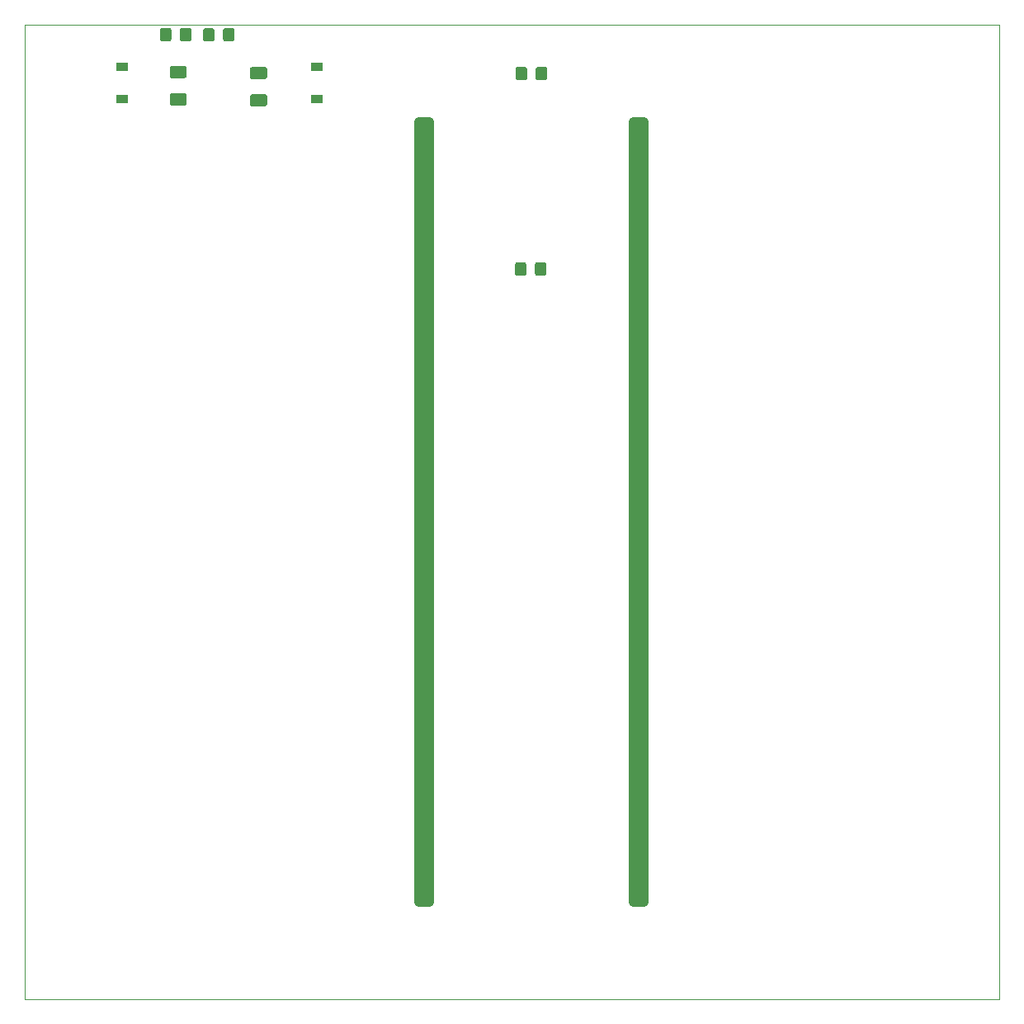
<source format=gbr>
%TF.GenerationSoftware,KiCad,Pcbnew,(5.1.5)-3*%
%TF.CreationDate,2020-05-19T22:28:50+02:00*%
%TF.ProjectId,KicadJE_Counts_PCB,4b696361-644a-4455-9f43-6f756e74735f,rev?*%
%TF.SameCoordinates,Original*%
%TF.FileFunction,Paste,Top*%
%TF.FilePolarity,Positive*%
%FSLAX46Y46*%
G04 Gerber Fmt 4.6, Leading zero omitted, Abs format (unit mm)*
G04 Created by KiCad (PCBNEW (5.1.5)-3) date 2020-05-19 22:28:50*
%MOMM*%
%LPD*%
G04 APERTURE LIST*
%ADD10C,1.000000*%
%ADD11C,0.050000*%
%ADD12C,0.150000*%
%ADD13R,1.200000X0.900000*%
G04 APERTURE END LIST*
D10*
X112500000Y-60000000D02*
X112500000Y-140000000D01*
X113500000Y-60000000D02*
X113500000Y-140000000D01*
X112500000Y-140000000D02*
X113500000Y-140000000D01*
X112500000Y-60000000D02*
X113500000Y-60000000D01*
X90500000Y-60000000D02*
X91500000Y-60000000D01*
X90500000Y-140000000D02*
X91500000Y-140000000D01*
X91500000Y-60000000D02*
X91500000Y-140000000D01*
X90500000Y-60000000D02*
X90500000Y-140000000D01*
D11*
X50000000Y-150000000D02*
X50000000Y-50000000D01*
X150000000Y-150000000D02*
X50000000Y-150000000D01*
X150000000Y-50000000D02*
X150000000Y-150000000D01*
X50000000Y-50000000D02*
X150000000Y-50000000D01*
D12*
G36*
X74649504Y-54326204D02*
G01*
X74673773Y-54329804D01*
X74697571Y-54335765D01*
X74720671Y-54344030D01*
X74742849Y-54354520D01*
X74763893Y-54367133D01*
X74783598Y-54381747D01*
X74801777Y-54398223D01*
X74818253Y-54416402D01*
X74832867Y-54436107D01*
X74845480Y-54457151D01*
X74855970Y-54479329D01*
X74864235Y-54502429D01*
X74870196Y-54526227D01*
X74873796Y-54550496D01*
X74875000Y-54575000D01*
X74875000Y-55325000D01*
X74873796Y-55349504D01*
X74870196Y-55373773D01*
X74864235Y-55397571D01*
X74855970Y-55420671D01*
X74845480Y-55442849D01*
X74832867Y-55463893D01*
X74818253Y-55483598D01*
X74801777Y-55501777D01*
X74783598Y-55518253D01*
X74763893Y-55532867D01*
X74742849Y-55545480D01*
X74720671Y-55555970D01*
X74697571Y-55564235D01*
X74673773Y-55570196D01*
X74649504Y-55573796D01*
X74625000Y-55575000D01*
X73375000Y-55575000D01*
X73350496Y-55573796D01*
X73326227Y-55570196D01*
X73302429Y-55564235D01*
X73279329Y-55555970D01*
X73257151Y-55545480D01*
X73236107Y-55532867D01*
X73216402Y-55518253D01*
X73198223Y-55501777D01*
X73181747Y-55483598D01*
X73167133Y-55463893D01*
X73154520Y-55442849D01*
X73144030Y-55420671D01*
X73135765Y-55397571D01*
X73129804Y-55373773D01*
X73126204Y-55349504D01*
X73125000Y-55325000D01*
X73125000Y-54575000D01*
X73126204Y-54550496D01*
X73129804Y-54526227D01*
X73135765Y-54502429D01*
X73144030Y-54479329D01*
X73154520Y-54457151D01*
X73167133Y-54436107D01*
X73181747Y-54416402D01*
X73198223Y-54398223D01*
X73216402Y-54381747D01*
X73236107Y-54367133D01*
X73257151Y-54354520D01*
X73279329Y-54344030D01*
X73302429Y-54335765D01*
X73326227Y-54329804D01*
X73350496Y-54326204D01*
X73375000Y-54325000D01*
X74625000Y-54325000D01*
X74649504Y-54326204D01*
G37*
G36*
X74649504Y-57126204D02*
G01*
X74673773Y-57129804D01*
X74697571Y-57135765D01*
X74720671Y-57144030D01*
X74742849Y-57154520D01*
X74763893Y-57167133D01*
X74783598Y-57181747D01*
X74801777Y-57198223D01*
X74818253Y-57216402D01*
X74832867Y-57236107D01*
X74845480Y-57257151D01*
X74855970Y-57279329D01*
X74864235Y-57302429D01*
X74870196Y-57326227D01*
X74873796Y-57350496D01*
X74875000Y-57375000D01*
X74875000Y-58125000D01*
X74873796Y-58149504D01*
X74870196Y-58173773D01*
X74864235Y-58197571D01*
X74855970Y-58220671D01*
X74845480Y-58242849D01*
X74832867Y-58263893D01*
X74818253Y-58283598D01*
X74801777Y-58301777D01*
X74783598Y-58318253D01*
X74763893Y-58332867D01*
X74742849Y-58345480D01*
X74720671Y-58355970D01*
X74697571Y-58364235D01*
X74673773Y-58370196D01*
X74649504Y-58373796D01*
X74625000Y-58375000D01*
X73375000Y-58375000D01*
X73350496Y-58373796D01*
X73326227Y-58370196D01*
X73302429Y-58364235D01*
X73279329Y-58355970D01*
X73257151Y-58345480D01*
X73236107Y-58332867D01*
X73216402Y-58318253D01*
X73198223Y-58301777D01*
X73181747Y-58283598D01*
X73167133Y-58263893D01*
X73154520Y-58242849D01*
X73144030Y-58220671D01*
X73135765Y-58197571D01*
X73129804Y-58173773D01*
X73126204Y-58149504D01*
X73125000Y-58125000D01*
X73125000Y-57375000D01*
X73126204Y-57350496D01*
X73129804Y-57326227D01*
X73135765Y-57302429D01*
X73144030Y-57279329D01*
X73154520Y-57257151D01*
X73167133Y-57236107D01*
X73181747Y-57216402D01*
X73198223Y-57198223D01*
X73216402Y-57181747D01*
X73236107Y-57167133D01*
X73257151Y-57154520D01*
X73279329Y-57144030D01*
X73302429Y-57135765D01*
X73326227Y-57129804D01*
X73350496Y-57126204D01*
X73375000Y-57125000D01*
X74625000Y-57125000D01*
X74649504Y-57126204D01*
G37*
G36*
X66399504Y-54226204D02*
G01*
X66423773Y-54229804D01*
X66447571Y-54235765D01*
X66470671Y-54244030D01*
X66492849Y-54254520D01*
X66513893Y-54267133D01*
X66533598Y-54281747D01*
X66551777Y-54298223D01*
X66568253Y-54316402D01*
X66582867Y-54336107D01*
X66595480Y-54357151D01*
X66605970Y-54379329D01*
X66614235Y-54402429D01*
X66620196Y-54426227D01*
X66623796Y-54450496D01*
X66625000Y-54475000D01*
X66625000Y-55225000D01*
X66623796Y-55249504D01*
X66620196Y-55273773D01*
X66614235Y-55297571D01*
X66605970Y-55320671D01*
X66595480Y-55342849D01*
X66582867Y-55363893D01*
X66568253Y-55383598D01*
X66551777Y-55401777D01*
X66533598Y-55418253D01*
X66513893Y-55432867D01*
X66492849Y-55445480D01*
X66470671Y-55455970D01*
X66447571Y-55464235D01*
X66423773Y-55470196D01*
X66399504Y-55473796D01*
X66375000Y-55475000D01*
X65125000Y-55475000D01*
X65100496Y-55473796D01*
X65076227Y-55470196D01*
X65052429Y-55464235D01*
X65029329Y-55455970D01*
X65007151Y-55445480D01*
X64986107Y-55432867D01*
X64966402Y-55418253D01*
X64948223Y-55401777D01*
X64931747Y-55383598D01*
X64917133Y-55363893D01*
X64904520Y-55342849D01*
X64894030Y-55320671D01*
X64885765Y-55297571D01*
X64879804Y-55273773D01*
X64876204Y-55249504D01*
X64875000Y-55225000D01*
X64875000Y-54475000D01*
X64876204Y-54450496D01*
X64879804Y-54426227D01*
X64885765Y-54402429D01*
X64894030Y-54379329D01*
X64904520Y-54357151D01*
X64917133Y-54336107D01*
X64931747Y-54316402D01*
X64948223Y-54298223D01*
X64966402Y-54281747D01*
X64986107Y-54267133D01*
X65007151Y-54254520D01*
X65029329Y-54244030D01*
X65052429Y-54235765D01*
X65076227Y-54229804D01*
X65100496Y-54226204D01*
X65125000Y-54225000D01*
X66375000Y-54225000D01*
X66399504Y-54226204D01*
G37*
G36*
X66399504Y-57026204D02*
G01*
X66423773Y-57029804D01*
X66447571Y-57035765D01*
X66470671Y-57044030D01*
X66492849Y-57054520D01*
X66513893Y-57067133D01*
X66533598Y-57081747D01*
X66551777Y-57098223D01*
X66568253Y-57116402D01*
X66582867Y-57136107D01*
X66595480Y-57157151D01*
X66605970Y-57179329D01*
X66614235Y-57202429D01*
X66620196Y-57226227D01*
X66623796Y-57250496D01*
X66625000Y-57275000D01*
X66625000Y-58025000D01*
X66623796Y-58049504D01*
X66620196Y-58073773D01*
X66614235Y-58097571D01*
X66605970Y-58120671D01*
X66595480Y-58142849D01*
X66582867Y-58163893D01*
X66568253Y-58183598D01*
X66551777Y-58201777D01*
X66533598Y-58218253D01*
X66513893Y-58232867D01*
X66492849Y-58245480D01*
X66470671Y-58255970D01*
X66447571Y-58264235D01*
X66423773Y-58270196D01*
X66399504Y-58273796D01*
X66375000Y-58275000D01*
X65125000Y-58275000D01*
X65100496Y-58273796D01*
X65076227Y-58270196D01*
X65052429Y-58264235D01*
X65029329Y-58255970D01*
X65007151Y-58245480D01*
X64986107Y-58232867D01*
X64966402Y-58218253D01*
X64948223Y-58201777D01*
X64931747Y-58183598D01*
X64917133Y-58163893D01*
X64904520Y-58142849D01*
X64894030Y-58120671D01*
X64885765Y-58097571D01*
X64879804Y-58073773D01*
X64876204Y-58049504D01*
X64875000Y-58025000D01*
X64875000Y-57275000D01*
X64876204Y-57250496D01*
X64879804Y-57226227D01*
X64885765Y-57202429D01*
X64894030Y-57179329D01*
X64904520Y-57157151D01*
X64917133Y-57136107D01*
X64931747Y-57116402D01*
X64948223Y-57098223D01*
X64966402Y-57081747D01*
X64986107Y-57067133D01*
X65007151Y-57054520D01*
X65029329Y-57044030D01*
X65052429Y-57035765D01*
X65076227Y-57029804D01*
X65100496Y-57026204D01*
X65125000Y-57025000D01*
X66375000Y-57025000D01*
X66399504Y-57026204D01*
G37*
D13*
X80000000Y-57650000D03*
X80000000Y-54350000D03*
X60000000Y-57650000D03*
X60000000Y-54350000D03*
D12*
G36*
X71294506Y-50321205D02*
G01*
X71318774Y-50324805D01*
X71342573Y-50330766D01*
X71365672Y-50339031D01*
X71387851Y-50349521D01*
X71408894Y-50362133D01*
X71428600Y-50376748D01*
X71446778Y-50393224D01*
X71463254Y-50411402D01*
X71477869Y-50431108D01*
X71490481Y-50452151D01*
X71500971Y-50474330D01*
X71509236Y-50497429D01*
X71515197Y-50521228D01*
X71518797Y-50545496D01*
X71520001Y-50570000D01*
X71520001Y-51470002D01*
X71518797Y-51494506D01*
X71515197Y-51518774D01*
X71509236Y-51542573D01*
X71500971Y-51565672D01*
X71490481Y-51587851D01*
X71477869Y-51608894D01*
X71463254Y-51628600D01*
X71446778Y-51646778D01*
X71428600Y-51663254D01*
X71408894Y-51677869D01*
X71387851Y-51690481D01*
X71365672Y-51700971D01*
X71342573Y-51709236D01*
X71318774Y-51715197D01*
X71294506Y-51718797D01*
X71270002Y-51720001D01*
X70620000Y-51720001D01*
X70595496Y-51718797D01*
X70571228Y-51715197D01*
X70547429Y-51709236D01*
X70524330Y-51700971D01*
X70502151Y-51690481D01*
X70481108Y-51677869D01*
X70461402Y-51663254D01*
X70443224Y-51646778D01*
X70426748Y-51628600D01*
X70412133Y-51608894D01*
X70399521Y-51587851D01*
X70389031Y-51565672D01*
X70380766Y-51542573D01*
X70374805Y-51518774D01*
X70371205Y-51494506D01*
X70370001Y-51470002D01*
X70370001Y-50570000D01*
X70371205Y-50545496D01*
X70374805Y-50521228D01*
X70380766Y-50497429D01*
X70389031Y-50474330D01*
X70399521Y-50452151D01*
X70412133Y-50431108D01*
X70426748Y-50411402D01*
X70443224Y-50393224D01*
X70461402Y-50376748D01*
X70481108Y-50362133D01*
X70502151Y-50349521D01*
X70524330Y-50339031D01*
X70547429Y-50330766D01*
X70571228Y-50324805D01*
X70595496Y-50321205D01*
X70620000Y-50320001D01*
X71270002Y-50320001D01*
X71294506Y-50321205D01*
G37*
G36*
X69244506Y-50321205D02*
G01*
X69268774Y-50324805D01*
X69292573Y-50330766D01*
X69315672Y-50339031D01*
X69337851Y-50349521D01*
X69358894Y-50362133D01*
X69378600Y-50376748D01*
X69396778Y-50393224D01*
X69413254Y-50411402D01*
X69427869Y-50431108D01*
X69440481Y-50452151D01*
X69450971Y-50474330D01*
X69459236Y-50497429D01*
X69465197Y-50521228D01*
X69468797Y-50545496D01*
X69470001Y-50570000D01*
X69470001Y-51470002D01*
X69468797Y-51494506D01*
X69465197Y-51518774D01*
X69459236Y-51542573D01*
X69450971Y-51565672D01*
X69440481Y-51587851D01*
X69427869Y-51608894D01*
X69413254Y-51628600D01*
X69396778Y-51646778D01*
X69378600Y-51663254D01*
X69358894Y-51677869D01*
X69337851Y-51690481D01*
X69315672Y-51700971D01*
X69292573Y-51709236D01*
X69268774Y-51715197D01*
X69244506Y-51718797D01*
X69220002Y-51720001D01*
X68570000Y-51720001D01*
X68545496Y-51718797D01*
X68521228Y-51715197D01*
X68497429Y-51709236D01*
X68474330Y-51700971D01*
X68452151Y-51690481D01*
X68431108Y-51677869D01*
X68411402Y-51663254D01*
X68393224Y-51646778D01*
X68376748Y-51628600D01*
X68362133Y-51608894D01*
X68349521Y-51587851D01*
X68339031Y-51565672D01*
X68330766Y-51542573D01*
X68324805Y-51518774D01*
X68321205Y-51494506D01*
X68320001Y-51470002D01*
X68320001Y-50570000D01*
X68321205Y-50545496D01*
X68324805Y-50521228D01*
X68330766Y-50497429D01*
X68339031Y-50474330D01*
X68349521Y-50452151D01*
X68362133Y-50431108D01*
X68376748Y-50411402D01*
X68393224Y-50393224D01*
X68411402Y-50376748D01*
X68431108Y-50362133D01*
X68452151Y-50349521D01*
X68474330Y-50339031D01*
X68497429Y-50330766D01*
X68521228Y-50324805D01*
X68545496Y-50321205D01*
X68570000Y-50320001D01*
X69220002Y-50320001D01*
X69244506Y-50321205D01*
G37*
G36*
X64824505Y-50301204D02*
G01*
X64848773Y-50304804D01*
X64872572Y-50310765D01*
X64895671Y-50319030D01*
X64917850Y-50329520D01*
X64938893Y-50342132D01*
X64958599Y-50356747D01*
X64976777Y-50373223D01*
X64993253Y-50391401D01*
X65007868Y-50411107D01*
X65020480Y-50432150D01*
X65030970Y-50454329D01*
X65039235Y-50477428D01*
X65045196Y-50501227D01*
X65048796Y-50525495D01*
X65050000Y-50549999D01*
X65050000Y-51450001D01*
X65048796Y-51474505D01*
X65045196Y-51498773D01*
X65039235Y-51522572D01*
X65030970Y-51545671D01*
X65020480Y-51567850D01*
X65007868Y-51588893D01*
X64993253Y-51608599D01*
X64976777Y-51626777D01*
X64958599Y-51643253D01*
X64938893Y-51657868D01*
X64917850Y-51670480D01*
X64895671Y-51680970D01*
X64872572Y-51689235D01*
X64848773Y-51695196D01*
X64824505Y-51698796D01*
X64800001Y-51700000D01*
X64149999Y-51700000D01*
X64125495Y-51698796D01*
X64101227Y-51695196D01*
X64077428Y-51689235D01*
X64054329Y-51680970D01*
X64032150Y-51670480D01*
X64011107Y-51657868D01*
X63991401Y-51643253D01*
X63973223Y-51626777D01*
X63956747Y-51608599D01*
X63942132Y-51588893D01*
X63929520Y-51567850D01*
X63919030Y-51545671D01*
X63910765Y-51522572D01*
X63904804Y-51498773D01*
X63901204Y-51474505D01*
X63900000Y-51450001D01*
X63900000Y-50549999D01*
X63901204Y-50525495D01*
X63904804Y-50501227D01*
X63910765Y-50477428D01*
X63919030Y-50454329D01*
X63929520Y-50432150D01*
X63942132Y-50411107D01*
X63956747Y-50391401D01*
X63973223Y-50373223D01*
X63991401Y-50356747D01*
X64011107Y-50342132D01*
X64032150Y-50329520D01*
X64054329Y-50319030D01*
X64077428Y-50310765D01*
X64101227Y-50304804D01*
X64125495Y-50301204D01*
X64149999Y-50300000D01*
X64800001Y-50300000D01*
X64824505Y-50301204D01*
G37*
G36*
X66874505Y-50301204D02*
G01*
X66898773Y-50304804D01*
X66922572Y-50310765D01*
X66945671Y-50319030D01*
X66967850Y-50329520D01*
X66988893Y-50342132D01*
X67008599Y-50356747D01*
X67026777Y-50373223D01*
X67043253Y-50391401D01*
X67057868Y-50411107D01*
X67070480Y-50432150D01*
X67080970Y-50454329D01*
X67089235Y-50477428D01*
X67095196Y-50501227D01*
X67098796Y-50525495D01*
X67100000Y-50549999D01*
X67100000Y-51450001D01*
X67098796Y-51474505D01*
X67095196Y-51498773D01*
X67089235Y-51522572D01*
X67080970Y-51545671D01*
X67070480Y-51567850D01*
X67057868Y-51588893D01*
X67043253Y-51608599D01*
X67026777Y-51626777D01*
X67008599Y-51643253D01*
X66988893Y-51657868D01*
X66967850Y-51670480D01*
X66945671Y-51680970D01*
X66922572Y-51689235D01*
X66898773Y-51695196D01*
X66874505Y-51698796D01*
X66850001Y-51700000D01*
X66199999Y-51700000D01*
X66175495Y-51698796D01*
X66151227Y-51695196D01*
X66127428Y-51689235D01*
X66104329Y-51680970D01*
X66082150Y-51670480D01*
X66061107Y-51657868D01*
X66041401Y-51643253D01*
X66023223Y-51626777D01*
X66006747Y-51608599D01*
X65992132Y-51588893D01*
X65979520Y-51567850D01*
X65969030Y-51545671D01*
X65960765Y-51522572D01*
X65954804Y-51498773D01*
X65951204Y-51474505D01*
X65950000Y-51450001D01*
X65950000Y-50549999D01*
X65951204Y-50525495D01*
X65954804Y-50501227D01*
X65960765Y-50477428D01*
X65969030Y-50454329D01*
X65979520Y-50432150D01*
X65992132Y-50411107D01*
X66006747Y-50391401D01*
X66023223Y-50373223D01*
X66041401Y-50356747D01*
X66061107Y-50342132D01*
X66082150Y-50329520D01*
X66104329Y-50319030D01*
X66127428Y-50310765D01*
X66151227Y-50304804D01*
X66175495Y-50301204D01*
X66199999Y-50300000D01*
X66850001Y-50300000D01*
X66874505Y-50301204D01*
G37*
G36*
X103374505Y-54301204D02*
G01*
X103398773Y-54304804D01*
X103422572Y-54310765D01*
X103445671Y-54319030D01*
X103467850Y-54329520D01*
X103488893Y-54342132D01*
X103508599Y-54356747D01*
X103526777Y-54373223D01*
X103543253Y-54391401D01*
X103557868Y-54411107D01*
X103570480Y-54432150D01*
X103580970Y-54454329D01*
X103589235Y-54477428D01*
X103595196Y-54501227D01*
X103598796Y-54525495D01*
X103600000Y-54549999D01*
X103600000Y-55450001D01*
X103598796Y-55474505D01*
X103595196Y-55498773D01*
X103589235Y-55522572D01*
X103580970Y-55545671D01*
X103570480Y-55567850D01*
X103557868Y-55588893D01*
X103543253Y-55608599D01*
X103526777Y-55626777D01*
X103508599Y-55643253D01*
X103488893Y-55657868D01*
X103467850Y-55670480D01*
X103445671Y-55680970D01*
X103422572Y-55689235D01*
X103398773Y-55695196D01*
X103374505Y-55698796D01*
X103350001Y-55700000D01*
X102699999Y-55700000D01*
X102675495Y-55698796D01*
X102651227Y-55695196D01*
X102627428Y-55689235D01*
X102604329Y-55680970D01*
X102582150Y-55670480D01*
X102561107Y-55657868D01*
X102541401Y-55643253D01*
X102523223Y-55626777D01*
X102506747Y-55608599D01*
X102492132Y-55588893D01*
X102479520Y-55567850D01*
X102469030Y-55545671D01*
X102460765Y-55522572D01*
X102454804Y-55498773D01*
X102451204Y-55474505D01*
X102450000Y-55450001D01*
X102450000Y-54549999D01*
X102451204Y-54525495D01*
X102454804Y-54501227D01*
X102460765Y-54477428D01*
X102469030Y-54454329D01*
X102479520Y-54432150D01*
X102492132Y-54411107D01*
X102506747Y-54391401D01*
X102523223Y-54373223D01*
X102541401Y-54356747D01*
X102561107Y-54342132D01*
X102582150Y-54329520D01*
X102604329Y-54319030D01*
X102627428Y-54310765D01*
X102651227Y-54304804D01*
X102675495Y-54301204D01*
X102699999Y-54300000D01*
X103350001Y-54300000D01*
X103374505Y-54301204D01*
G37*
G36*
X101324505Y-54301204D02*
G01*
X101348773Y-54304804D01*
X101372572Y-54310765D01*
X101395671Y-54319030D01*
X101417850Y-54329520D01*
X101438893Y-54342132D01*
X101458599Y-54356747D01*
X101476777Y-54373223D01*
X101493253Y-54391401D01*
X101507868Y-54411107D01*
X101520480Y-54432150D01*
X101530970Y-54454329D01*
X101539235Y-54477428D01*
X101545196Y-54501227D01*
X101548796Y-54525495D01*
X101550000Y-54549999D01*
X101550000Y-55450001D01*
X101548796Y-55474505D01*
X101545196Y-55498773D01*
X101539235Y-55522572D01*
X101530970Y-55545671D01*
X101520480Y-55567850D01*
X101507868Y-55588893D01*
X101493253Y-55608599D01*
X101476777Y-55626777D01*
X101458599Y-55643253D01*
X101438893Y-55657868D01*
X101417850Y-55670480D01*
X101395671Y-55680970D01*
X101372572Y-55689235D01*
X101348773Y-55695196D01*
X101324505Y-55698796D01*
X101300001Y-55700000D01*
X100649999Y-55700000D01*
X100625495Y-55698796D01*
X100601227Y-55695196D01*
X100577428Y-55689235D01*
X100554329Y-55680970D01*
X100532150Y-55670480D01*
X100511107Y-55657868D01*
X100491401Y-55643253D01*
X100473223Y-55626777D01*
X100456747Y-55608599D01*
X100442132Y-55588893D01*
X100429520Y-55567850D01*
X100419030Y-55545671D01*
X100410765Y-55522572D01*
X100404804Y-55498773D01*
X100401204Y-55474505D01*
X100400000Y-55450001D01*
X100400000Y-54549999D01*
X100401204Y-54525495D01*
X100404804Y-54501227D01*
X100410765Y-54477428D01*
X100419030Y-54454329D01*
X100429520Y-54432150D01*
X100442132Y-54411107D01*
X100456747Y-54391401D01*
X100473223Y-54373223D01*
X100491401Y-54356747D01*
X100511107Y-54342132D01*
X100532150Y-54329520D01*
X100554329Y-54319030D01*
X100577428Y-54310765D01*
X100601227Y-54304804D01*
X100625495Y-54301204D01*
X100649999Y-54300000D01*
X101300001Y-54300000D01*
X101324505Y-54301204D01*
G37*
G36*
X101244506Y-74361205D02*
G01*
X101268774Y-74364805D01*
X101292573Y-74370766D01*
X101315672Y-74379031D01*
X101337851Y-74389521D01*
X101358894Y-74402133D01*
X101378600Y-74416748D01*
X101396778Y-74433224D01*
X101413254Y-74451402D01*
X101427869Y-74471108D01*
X101440481Y-74492151D01*
X101450971Y-74514330D01*
X101459236Y-74537429D01*
X101465197Y-74561228D01*
X101468797Y-74585496D01*
X101470001Y-74610000D01*
X101470001Y-75510002D01*
X101468797Y-75534506D01*
X101465197Y-75558774D01*
X101459236Y-75582573D01*
X101450971Y-75605672D01*
X101440481Y-75627851D01*
X101427869Y-75648894D01*
X101413254Y-75668600D01*
X101396778Y-75686778D01*
X101378600Y-75703254D01*
X101358894Y-75717869D01*
X101337851Y-75730481D01*
X101315672Y-75740971D01*
X101292573Y-75749236D01*
X101268774Y-75755197D01*
X101244506Y-75758797D01*
X101220002Y-75760001D01*
X100570000Y-75760001D01*
X100545496Y-75758797D01*
X100521228Y-75755197D01*
X100497429Y-75749236D01*
X100474330Y-75740971D01*
X100452151Y-75730481D01*
X100431108Y-75717869D01*
X100411402Y-75703254D01*
X100393224Y-75686778D01*
X100376748Y-75668600D01*
X100362133Y-75648894D01*
X100349521Y-75627851D01*
X100339031Y-75605672D01*
X100330766Y-75582573D01*
X100324805Y-75558774D01*
X100321205Y-75534506D01*
X100320001Y-75510002D01*
X100320001Y-74610000D01*
X100321205Y-74585496D01*
X100324805Y-74561228D01*
X100330766Y-74537429D01*
X100339031Y-74514330D01*
X100349521Y-74492151D01*
X100362133Y-74471108D01*
X100376748Y-74451402D01*
X100393224Y-74433224D01*
X100411402Y-74416748D01*
X100431108Y-74402133D01*
X100452151Y-74389521D01*
X100474330Y-74379031D01*
X100497429Y-74370766D01*
X100521228Y-74364805D01*
X100545496Y-74361205D01*
X100570000Y-74360001D01*
X101220002Y-74360001D01*
X101244506Y-74361205D01*
G37*
G36*
X103294506Y-74361205D02*
G01*
X103318774Y-74364805D01*
X103342573Y-74370766D01*
X103365672Y-74379031D01*
X103387851Y-74389521D01*
X103408894Y-74402133D01*
X103428600Y-74416748D01*
X103446778Y-74433224D01*
X103463254Y-74451402D01*
X103477869Y-74471108D01*
X103490481Y-74492151D01*
X103500971Y-74514330D01*
X103509236Y-74537429D01*
X103515197Y-74561228D01*
X103518797Y-74585496D01*
X103520001Y-74610000D01*
X103520001Y-75510002D01*
X103518797Y-75534506D01*
X103515197Y-75558774D01*
X103509236Y-75582573D01*
X103500971Y-75605672D01*
X103490481Y-75627851D01*
X103477869Y-75648894D01*
X103463254Y-75668600D01*
X103446778Y-75686778D01*
X103428600Y-75703254D01*
X103408894Y-75717869D01*
X103387851Y-75730481D01*
X103365672Y-75740971D01*
X103342573Y-75749236D01*
X103318774Y-75755197D01*
X103294506Y-75758797D01*
X103270002Y-75760001D01*
X102620000Y-75760001D01*
X102595496Y-75758797D01*
X102571228Y-75755197D01*
X102547429Y-75749236D01*
X102524330Y-75740971D01*
X102502151Y-75730481D01*
X102481108Y-75717869D01*
X102461402Y-75703254D01*
X102443224Y-75686778D01*
X102426748Y-75668600D01*
X102412133Y-75648894D01*
X102399521Y-75627851D01*
X102389031Y-75605672D01*
X102380766Y-75582573D01*
X102374805Y-75558774D01*
X102371205Y-75534506D01*
X102370001Y-75510002D01*
X102370001Y-74610000D01*
X102371205Y-74585496D01*
X102374805Y-74561228D01*
X102380766Y-74537429D01*
X102389031Y-74514330D01*
X102399521Y-74492151D01*
X102412133Y-74471108D01*
X102426748Y-74451402D01*
X102443224Y-74433224D01*
X102461402Y-74416748D01*
X102481108Y-74402133D01*
X102502151Y-74389521D01*
X102524330Y-74379031D01*
X102547429Y-74370766D01*
X102571228Y-74364805D01*
X102595496Y-74361205D01*
X102620000Y-74360001D01*
X103270002Y-74360001D01*
X103294506Y-74361205D01*
G37*
M02*

</source>
